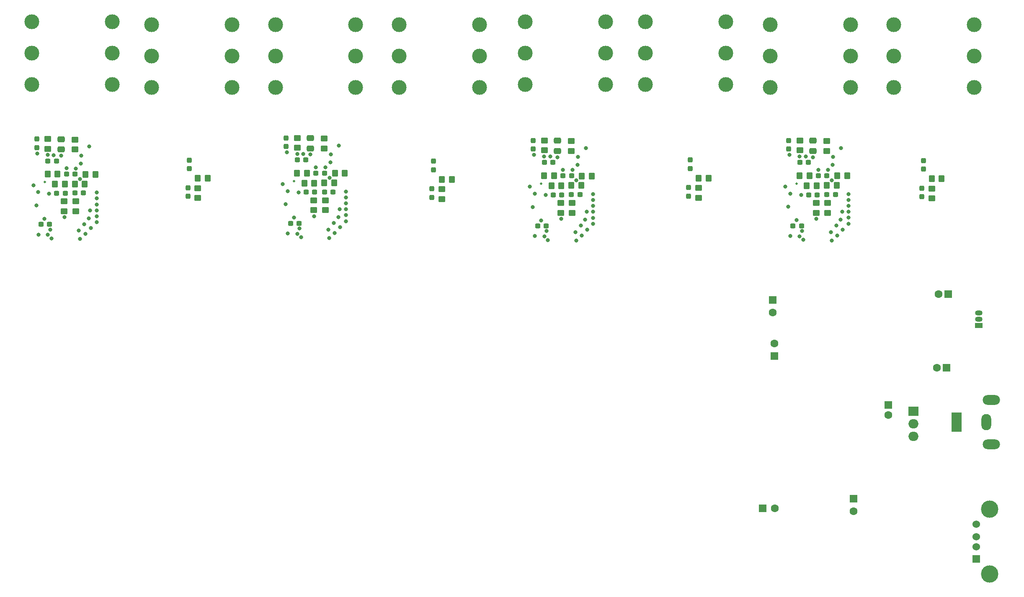
<source format=gbl>
G04 #@! TF.GenerationSoftware,KiCad,Pcbnew,7.0.2*
G04 #@! TF.CreationDate,2024-03-01T18:45:41+01:00*
G04 #@! TF.ProjectId,stm_audio_board_V3,73746d5f-6175-4646-996f-5f626f617264,rev?*
G04 #@! TF.SameCoordinates,Original*
G04 #@! TF.FileFunction,Copper,L4,Bot*
G04 #@! TF.FilePolarity,Positive*
%FSLAX46Y46*%
G04 Gerber Fmt 4.6, Leading zero omitted, Abs format (unit mm)*
G04 Created by KiCad (PCBNEW 7.0.2) date 2024-03-01 18:45:41*
%MOMM*%
%LPD*%
G01*
G04 APERTURE LIST*
G04 Aperture macros list*
%AMRoundRect*
0 Rectangle with rounded corners*
0 $1 Rounding radius*
0 $2 $3 $4 $5 $6 $7 $8 $9 X,Y pos of 4 corners*
0 Add a 4 corners polygon primitive as box body*
4,1,4,$2,$3,$4,$5,$6,$7,$8,$9,$2,$3,0*
0 Add four circle primitives for the rounded corners*
1,1,$1+$1,$2,$3*
1,1,$1+$1,$4,$5*
1,1,$1+$1,$6,$7*
1,1,$1+$1,$8,$9*
0 Add four rect primitives between the rounded corners*
20,1,$1+$1,$2,$3,$4,$5,0*
20,1,$1+$1,$4,$5,$6,$7,0*
20,1,$1+$1,$6,$7,$8,$9,0*
20,1,$1+$1,$8,$9,$2,$3,0*%
G04 Aperture macros list end*
G04 #@! TA.AperFunction,ComponentPad*
%ADD10R,1.524000X1.524000*%
G04 #@! TD*
G04 #@! TA.AperFunction,ComponentPad*
%ADD11C,1.524000*%
G04 #@! TD*
G04 #@! TA.AperFunction,ComponentPad*
%ADD12C,3.500000*%
G04 #@! TD*
G04 #@! TA.AperFunction,ComponentPad*
%ADD13R,2.000000X4.000000*%
G04 #@! TD*
G04 #@! TA.AperFunction,ComponentPad*
%ADD14O,2.000000X3.300000*%
G04 #@! TD*
G04 #@! TA.AperFunction,ComponentPad*
%ADD15O,3.500000X2.000000*%
G04 #@! TD*
G04 #@! TA.AperFunction,ComponentPad*
%ADD16C,3.000000*%
G04 #@! TD*
G04 #@! TA.AperFunction,SMDPad,CuDef*
%ADD17RoundRect,0.250000X-0.350000X-0.450000X0.350000X-0.450000X0.350000X0.450000X-0.350000X0.450000X0*%
G04 #@! TD*
G04 #@! TA.AperFunction,SMDPad,CuDef*
%ADD18RoundRect,0.237500X-0.300000X-0.237500X0.300000X-0.237500X0.300000X0.237500X-0.300000X0.237500X0*%
G04 #@! TD*
G04 #@! TA.AperFunction,SMDPad,CuDef*
%ADD19RoundRect,0.250000X-0.475000X0.337500X-0.475000X-0.337500X0.475000X-0.337500X0.475000X0.337500X0*%
G04 #@! TD*
G04 #@! TA.AperFunction,SMDPad,CuDef*
%ADD20RoundRect,0.250000X-0.450000X0.350000X-0.450000X-0.350000X0.450000X-0.350000X0.450000X0.350000X0*%
G04 #@! TD*
G04 #@! TA.AperFunction,SMDPad,CuDef*
%ADD21RoundRect,0.250000X0.350000X0.450000X-0.350000X0.450000X-0.350000X-0.450000X0.350000X-0.450000X0*%
G04 #@! TD*
G04 #@! TA.AperFunction,SMDPad,CuDef*
%ADD22RoundRect,0.250000X0.450000X-0.350000X0.450000X0.350000X-0.450000X0.350000X-0.450000X-0.350000X0*%
G04 #@! TD*
G04 #@! TA.AperFunction,SMDPad,CuDef*
%ADD23RoundRect,0.237500X0.237500X-0.300000X0.237500X0.300000X-0.237500X0.300000X-0.237500X-0.300000X0*%
G04 #@! TD*
G04 #@! TA.AperFunction,SMDPad,CuDef*
%ADD24RoundRect,0.237500X0.300000X0.237500X-0.300000X0.237500X-0.300000X-0.237500X0.300000X-0.237500X0*%
G04 #@! TD*
G04 #@! TA.AperFunction,SMDPad,CuDef*
%ADD25RoundRect,0.237500X-0.237500X0.300000X-0.237500X-0.300000X0.237500X-0.300000X0.237500X0.300000X0*%
G04 #@! TD*
G04 #@! TA.AperFunction,ComponentPad*
%ADD26R,2.000000X1.905000*%
G04 #@! TD*
G04 #@! TA.AperFunction,ComponentPad*
%ADD27O,2.000000X1.905000*%
G04 #@! TD*
G04 #@! TA.AperFunction,ComponentPad*
%ADD28O,1.500000X1.050000*%
G04 #@! TD*
G04 #@! TA.AperFunction,ComponentPad*
%ADD29R,1.500000X1.050000*%
G04 #@! TD*
G04 #@! TA.AperFunction,ComponentPad*
%ADD30R,1.600000X1.600000*%
G04 #@! TD*
G04 #@! TA.AperFunction,ComponentPad*
%ADD31C,1.600000*%
G04 #@! TD*
G04 #@! TA.AperFunction,ViaPad*
%ADD32C,0.800000*%
G04 #@! TD*
G04 #@! TA.AperFunction,ViaPad*
%ADD33C,0.500000*%
G04 #@! TD*
G04 APERTURE END LIST*
D10*
X264060000Y-142155000D03*
D11*
X264060000Y-139655000D03*
X264060000Y-137655000D03*
X264060000Y-135155000D03*
D12*
X266770000Y-132085000D03*
X266770000Y-145225000D03*
D13*
X260095000Y-114475000D03*
D14*
X266095000Y-114475000D03*
D15*
X267095000Y-118975000D03*
X267095000Y-109975000D03*
D16*
X197200000Y-39744426D03*
X213430000Y-39744426D03*
X197200000Y-33394426D03*
X213430000Y-33394426D03*
X197200000Y-46094426D03*
X213430000Y-46094426D03*
X172920000Y-39744426D03*
X189150000Y-39744426D03*
X172920000Y-33394426D03*
X189150000Y-33394426D03*
X172920000Y-46094426D03*
X189150000Y-46094426D03*
X73140000Y-39744426D03*
X89370000Y-39744426D03*
X73140000Y-33394426D03*
X89370000Y-33394426D03*
X73140000Y-46094426D03*
X89370000Y-46094426D03*
D17*
X83975001Y-64331000D03*
X85975001Y-64331000D03*
D18*
X80154500Y-64291670D03*
X81879500Y-64291670D03*
D19*
X79040996Y-57189500D03*
X79040996Y-59264500D03*
D18*
X76384496Y-61611001D03*
X78109496Y-61611001D03*
D20*
X76387004Y-57159000D03*
X76387004Y-59159000D03*
X81841004Y-57273000D03*
X81841004Y-59273000D03*
D21*
X78343000Y-64277668D03*
X76343000Y-64277668D03*
D17*
X81840335Y-66263000D03*
X83840335Y-66263000D03*
D22*
X79686336Y-71789000D03*
X79686336Y-69789000D03*
D17*
X77811661Y-66309000D03*
X79811661Y-66309000D03*
D22*
X82021000Y-71789000D03*
X82021000Y-69789000D03*
D18*
X75006500Y-74431000D03*
X76731500Y-74431000D03*
D23*
X74118001Y-58898500D03*
X74118001Y-57173500D03*
D24*
X83583500Y-68084996D03*
X81858500Y-68084996D03*
X79888837Y-68149000D03*
X78163837Y-68149000D03*
D21*
X108681428Y-65122000D03*
X106681428Y-65122000D03*
D25*
X104690000Y-67049476D03*
X104690000Y-68774476D03*
D22*
X106674000Y-69111976D03*
X106674000Y-67111976D03*
D25*
X104992000Y-61456072D03*
X104992000Y-63181072D03*
D18*
X130588327Y-64076361D03*
X132313327Y-64076361D03*
D19*
X129474823Y-56974191D03*
X129474823Y-59049191D03*
D17*
X134408828Y-64115691D03*
X136408828Y-64115691D03*
D18*
X126818323Y-61395692D03*
X128543323Y-61395692D03*
D23*
X124551828Y-58683191D03*
X124551828Y-56958191D03*
D21*
X128776827Y-64062359D03*
X126776827Y-64062359D03*
D22*
X132454827Y-71573691D03*
X132454827Y-69573691D03*
D24*
X130322664Y-67933691D03*
X128597664Y-67933691D03*
D18*
X125440327Y-74215691D03*
X127165327Y-74215691D03*
D17*
X128245488Y-66093691D03*
X130245488Y-66093691D03*
X132274162Y-66047691D03*
X134274162Y-66047691D03*
D24*
X134017327Y-67869687D03*
X132292327Y-67869687D03*
D20*
X126820831Y-56943691D03*
X126820831Y-58943691D03*
X132274831Y-57057691D03*
X132274831Y-59057691D03*
D22*
X130120163Y-71573691D03*
X130120163Y-69573691D03*
D21*
X209931428Y-65072000D03*
X207931428Y-65072000D03*
D25*
X205940000Y-66999476D03*
X205940000Y-68724476D03*
D22*
X207924000Y-69061976D03*
X207924000Y-67061976D03*
D25*
X206242000Y-61406072D03*
X206242000Y-63131072D03*
D18*
X180527500Y-64601670D03*
X182252500Y-64601670D03*
D19*
X179413996Y-57499500D03*
X179413996Y-59574500D03*
D18*
X176757496Y-61921001D03*
X178482496Y-61921001D03*
D20*
X182214004Y-57583000D03*
X182214004Y-59583000D03*
X176760004Y-57469000D03*
X176760004Y-59469000D03*
D21*
X178716000Y-64587668D03*
X176716000Y-64587668D03*
D22*
X182394000Y-72099000D03*
X182394000Y-70099000D03*
D24*
X180261837Y-68459000D03*
X178536837Y-68459000D03*
D23*
X174491001Y-59208500D03*
X174491001Y-57483500D03*
D18*
X175379500Y-74741000D03*
X177104500Y-74741000D03*
D17*
X178184661Y-66619000D03*
X180184661Y-66619000D03*
X184348001Y-64641000D03*
X186348001Y-64641000D03*
D24*
X183956500Y-68394996D03*
X182231500Y-68394996D03*
D17*
X182213335Y-66573000D03*
X184213335Y-66573000D03*
D22*
X180059336Y-72099000D03*
X180059336Y-70099000D03*
D18*
X232154500Y-64591670D03*
X233879500Y-64591670D03*
D19*
X231040996Y-57489500D03*
X231040996Y-59564500D03*
D18*
X228384496Y-61911001D03*
X230109496Y-61911001D03*
D20*
X233841004Y-57573000D03*
X233841004Y-59573000D03*
X228387004Y-57459000D03*
X228387004Y-59459000D03*
D21*
X230343000Y-64577668D03*
X228343000Y-64577668D03*
D22*
X234021000Y-72089000D03*
X234021000Y-70089000D03*
D24*
X231888837Y-68449000D03*
X230163837Y-68449000D03*
D23*
X226118001Y-59198500D03*
X226118001Y-57473500D03*
D18*
X227006500Y-74731000D03*
X228731500Y-74731000D03*
D17*
X229811661Y-66609000D03*
X231811661Y-66609000D03*
X235975001Y-64631000D03*
X237975001Y-64631000D03*
D24*
X235583500Y-68384996D03*
X233858500Y-68384996D03*
D17*
X233840335Y-66563000D03*
X235840335Y-66563000D03*
D22*
X231686336Y-72089000D03*
X231686336Y-70089000D03*
D25*
X154040000Y-67249476D03*
X154040000Y-68974476D03*
D22*
X156024000Y-69311976D03*
X156024000Y-67311976D03*
D25*
X154342000Y-61656072D03*
X154342000Y-63381072D03*
D21*
X158031428Y-65322000D03*
X156031428Y-65322000D03*
D16*
X247395000Y-40355000D03*
X263625000Y-40355000D03*
X247395000Y-34005000D03*
X263625000Y-34005000D03*
X247395000Y-46705000D03*
X263625000Y-46705000D03*
X222395000Y-40355000D03*
X238625000Y-40355000D03*
X222395000Y-34005000D03*
X238625000Y-34005000D03*
X222395000Y-46705000D03*
X238625000Y-46705000D03*
X147395000Y-40355000D03*
X163625000Y-40355000D03*
X147395000Y-34005000D03*
X163625000Y-34005000D03*
X147395000Y-46705000D03*
X163625000Y-46705000D03*
X122395000Y-40355000D03*
X138625000Y-40355000D03*
X122395000Y-34005000D03*
X138625000Y-34005000D03*
X122395000Y-46705000D03*
X138625000Y-46705000D03*
X97395000Y-40355000D03*
X113625000Y-40355000D03*
X97395000Y-34005000D03*
X113625000Y-34005000D03*
X97395000Y-46705000D03*
X113625000Y-46705000D03*
D26*
X251327000Y-112221000D03*
D27*
X251327000Y-114761000D03*
X251327000Y-117301000D03*
D28*
X264575000Y-92385000D03*
X264575000Y-93655000D03*
D29*
X264575000Y-94925000D03*
D30*
X246267000Y-110988621D03*
D31*
X246267000Y-112988621D03*
X223298241Y-98564240D03*
D30*
X223298241Y-101064240D03*
D31*
X222932999Y-92237000D03*
D30*
X222932999Y-89737000D03*
D31*
X239285759Y-132467360D03*
D30*
X239285759Y-129967360D03*
D21*
X255076572Y-65200000D03*
X257076572Y-65200000D03*
D22*
X255069144Y-67189976D03*
X255069144Y-69189976D03*
D25*
X253387144Y-63259072D03*
X253387144Y-61534072D03*
X253085144Y-68852476D03*
X253085144Y-67127476D03*
D31*
X256406241Y-88531000D03*
D30*
X258406241Y-88531000D03*
D31*
X256077000Y-103487759D03*
D30*
X258077000Y-103487759D03*
D31*
X223353399Y-131879000D03*
D30*
X220853399Y-131879000D03*
D32*
X77571506Y-60429843D03*
X86250000Y-68000000D03*
X82074000Y-63126353D03*
X79753341Y-72988500D03*
X84950000Y-71600000D03*
D33*
X75750000Y-65900000D03*
D32*
X86250000Y-74000000D03*
X76650000Y-68200000D03*
X83050000Y-62100000D03*
X77121232Y-77284332D03*
X76850000Y-75500000D03*
X86250000Y-72800000D03*
X74450000Y-67900000D03*
X85050000Y-75200000D03*
X84750000Y-58700000D03*
X84650000Y-73200000D03*
X86250000Y-69200000D03*
X74278000Y-60072000D03*
X83750000Y-74400000D03*
X76378768Y-76541868D03*
X83950000Y-76400000D03*
X79036450Y-60529500D03*
X74478378Y-76490500D03*
X86250000Y-71600000D03*
X80150000Y-63100000D03*
X75711239Y-73308102D03*
X82871321Y-65231216D03*
X74050000Y-70600000D03*
X76350000Y-60400000D03*
X83150000Y-60500000D03*
X82850000Y-77400000D03*
X73450000Y-66500000D03*
X86250000Y-70400000D03*
X82650000Y-75700000D03*
X127083827Y-67984691D03*
X133083827Y-75484691D03*
X124711827Y-59856691D03*
X134183827Y-74184691D03*
X136683827Y-68984691D03*
X133483827Y-61884691D03*
X135183827Y-58484691D03*
X127283827Y-75284691D03*
X134383827Y-76184691D03*
X124483827Y-70384691D03*
X136683827Y-71384691D03*
X126145066Y-73092793D03*
X124883827Y-67684691D03*
X126783827Y-60184691D03*
X127555059Y-77069023D03*
X126812595Y-76326559D03*
X129470277Y-60314191D03*
X130583827Y-62884691D03*
X135483827Y-74984691D03*
X124912205Y-76275191D03*
X133583827Y-60284691D03*
X133305148Y-65015907D03*
X135083827Y-72984691D03*
X136683827Y-72584691D03*
X123883827Y-66284691D03*
X133283827Y-77184691D03*
X136683827Y-70184691D03*
D33*
X126183827Y-65684691D03*
D32*
X136683827Y-73784691D03*
X128005333Y-60214534D03*
X136683827Y-67784691D03*
X130187168Y-72773191D03*
X135383827Y-71384691D03*
X132507827Y-62911044D03*
X183423000Y-62410000D03*
X185123000Y-59010000D03*
X174823000Y-68210000D03*
X184323000Y-76710000D03*
X176723000Y-60710000D03*
X176084239Y-73618102D03*
X174423000Y-70910000D03*
X177223000Y-75810000D03*
X186623000Y-71910000D03*
X186623000Y-68310000D03*
X185323000Y-71910000D03*
X173823000Y-66810000D03*
X183223000Y-77710000D03*
D33*
X176123000Y-66210000D03*
D32*
X186623000Y-74310000D03*
X177944506Y-60739843D03*
X180126341Y-73298500D03*
X186623000Y-70710000D03*
X182447000Y-63436353D03*
X176751768Y-76851868D03*
X179409450Y-60839500D03*
X180523000Y-63410000D03*
X186623000Y-73110000D03*
X174851378Y-76800500D03*
X183244321Y-65541216D03*
X185023000Y-73510000D03*
X177494232Y-77594332D03*
X183523000Y-60810000D03*
X185423000Y-75510000D03*
X183023000Y-76010000D03*
X174651000Y-60382000D03*
X184123000Y-74710000D03*
X186623000Y-69510000D03*
X177023000Y-68510000D03*
X235050000Y-62400000D03*
X236750000Y-59000000D03*
X226450000Y-68200000D03*
X235950000Y-76700000D03*
X228350000Y-60700000D03*
X227711239Y-73608102D03*
X226050000Y-70900000D03*
X228850000Y-75800000D03*
X238250000Y-71900000D03*
X238250000Y-68300000D03*
X236950000Y-71900000D03*
X225450000Y-66800000D03*
X234850000Y-77700000D03*
D33*
X227750000Y-66200000D03*
D32*
X238250000Y-74300000D03*
X229571506Y-60729843D03*
X231753341Y-73288500D03*
X238250000Y-70700000D03*
X234074000Y-63426353D03*
X228378768Y-76841868D03*
X231036450Y-60829500D03*
X232150000Y-63400000D03*
X238250000Y-73100000D03*
X226478378Y-76790500D03*
X234871321Y-65531216D03*
X236650000Y-73500000D03*
X229121232Y-77584332D03*
X235150000Y-60800000D03*
X237050000Y-75500000D03*
X234650000Y-76000000D03*
X226278000Y-60372000D03*
X235750000Y-74700000D03*
X238250000Y-69500000D03*
X228650000Y-68500000D03*
M02*

</source>
